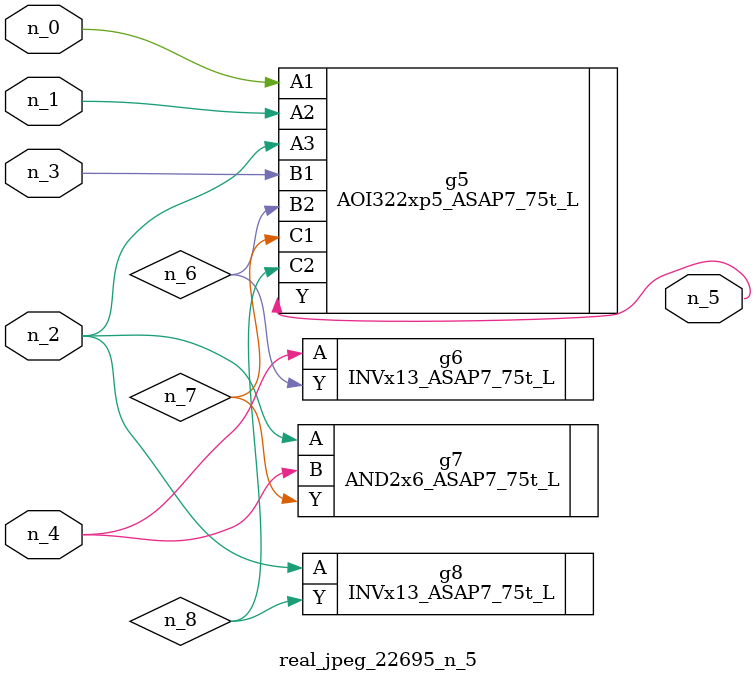
<source format=v>
module real_jpeg_22695_n_5 (n_4, n_0, n_1, n_2, n_3, n_5);

input n_4;
input n_0;
input n_1;
input n_2;
input n_3;

output n_5;

wire n_8;
wire n_6;
wire n_7;

AOI322xp5_ASAP7_75t_L g5 ( 
.A1(n_0),
.A2(n_1),
.A3(n_2),
.B1(n_3),
.B2(n_6),
.C1(n_7),
.C2(n_8),
.Y(n_5)
);

AND2x6_ASAP7_75t_L g7 ( 
.A(n_2),
.B(n_4),
.Y(n_7)
);

INVx13_ASAP7_75t_L g8 ( 
.A(n_2),
.Y(n_8)
);

INVx13_ASAP7_75t_L g6 ( 
.A(n_4),
.Y(n_6)
);


endmodule
</source>
